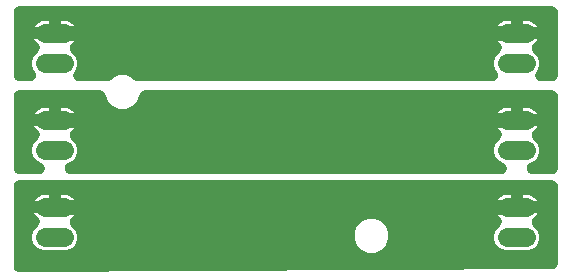
<source format=gbr>
G04 EAGLE Gerber RS-274X export*
G75*
%MOMM*%
%FSLAX34Y34*%
%LPD*%
%INTop Copper*%
%IPPOS*%
%AMOC8*
5,1,8,0,0,1.08239X$1,22.5*%
G01*
%ADD10C,1.609600*%
%ADD11C,1.270000*%

G36*
X464086Y13417D02*
X464086Y13417D01*
X464226Y13427D01*
X464368Y13427D01*
X464544Y13449D01*
X464721Y13461D01*
X464859Y13488D01*
X465000Y13505D01*
X465172Y13549D01*
X465346Y13583D01*
X465480Y13628D01*
X465617Y13663D01*
X465783Y13728D01*
X465951Y13783D01*
X466079Y13844D01*
X466210Y13896D01*
X466366Y13981D01*
X466527Y14058D01*
X466645Y14134D01*
X466769Y14201D01*
X466913Y14306D01*
X467063Y14401D01*
X467171Y14492D01*
X467286Y14575D01*
X467415Y14696D01*
X467552Y14810D01*
X467648Y14913D01*
X467751Y15010D01*
X467865Y15146D01*
X467986Y15276D01*
X468068Y15391D01*
X468159Y15499D01*
X468254Y15649D01*
X468358Y15793D01*
X468426Y15917D01*
X468502Y16036D01*
X468578Y16197D01*
X468663Y16353D01*
X468714Y16484D01*
X468775Y16612D01*
X468830Y16781D01*
X468895Y16946D01*
X468929Y17083D01*
X468974Y17217D01*
X469007Y17392D01*
X469051Y17564D01*
X469068Y17704D01*
X469095Y17843D01*
X469106Y18015D01*
X469128Y18196D01*
X469128Y18351D01*
X469137Y18497D01*
X469137Y83820D01*
X469128Y83974D01*
X469128Y84130D01*
X469108Y84292D01*
X469097Y84456D01*
X469068Y84608D01*
X469049Y84762D01*
X469009Y84921D01*
X468978Y85082D01*
X468930Y85229D01*
X468892Y85379D01*
X468832Y85532D01*
X468781Y85688D01*
X468716Y85828D01*
X468659Y85972D01*
X468580Y86116D01*
X468510Y86264D01*
X468428Y86395D01*
X468353Y86531D01*
X468257Y86664D01*
X468169Y86803D01*
X468071Y86922D01*
X467980Y87048D01*
X467868Y87167D01*
X467764Y87294D01*
X467651Y87400D01*
X467545Y87513D01*
X467419Y87618D01*
X467300Y87730D01*
X467174Y87822D01*
X467055Y87921D01*
X466917Y88009D01*
X466785Y88105D01*
X466649Y88180D01*
X466518Y88264D01*
X466370Y88334D01*
X466227Y88413D01*
X466083Y88470D01*
X465943Y88537D01*
X465787Y88588D01*
X465634Y88648D01*
X465484Y88687D01*
X465337Y88735D01*
X465176Y88767D01*
X465018Y88808D01*
X464864Y88827D01*
X464712Y88857D01*
X464553Y88867D01*
X464386Y88889D01*
X464217Y88889D01*
X464058Y88899D01*
X13462Y88899D01*
X13307Y88890D01*
X13152Y88890D01*
X12990Y88870D01*
X12826Y88859D01*
X12674Y88830D01*
X12520Y88811D01*
X12361Y88771D01*
X12200Y88740D01*
X12053Y88692D01*
X11903Y88654D01*
X11750Y88594D01*
X11594Y88543D01*
X11454Y88478D01*
X11310Y88421D01*
X11166Y88342D01*
X11018Y88272D01*
X10887Y88190D01*
X10751Y88115D01*
X10618Y88019D01*
X10479Y87931D01*
X10360Y87833D01*
X10234Y87742D01*
X10115Y87630D01*
X9988Y87526D01*
X9882Y87413D01*
X9769Y87307D01*
X9664Y87181D01*
X9552Y87062D01*
X9460Y86936D01*
X9361Y86817D01*
X9273Y86679D01*
X9177Y86547D01*
X9102Y86411D01*
X9018Y86280D01*
X8948Y86132D01*
X8869Y85989D01*
X8812Y85845D01*
X8745Y85705D01*
X8694Y85549D01*
X8634Y85396D01*
X8595Y85246D01*
X8546Y85099D01*
X8515Y84938D01*
X8474Y84780D01*
X8455Y84626D01*
X8425Y84474D01*
X8415Y84315D01*
X8393Y84148D01*
X8393Y83979D01*
X8383Y83820D01*
X8383Y16048D01*
X8393Y15879D01*
X8394Y15711D01*
X8413Y15561D01*
X8423Y15412D01*
X8454Y15246D01*
X8476Y15079D01*
X8514Y14933D01*
X8542Y14786D01*
X8594Y14626D01*
X8637Y14462D01*
X8692Y14323D01*
X8739Y14180D01*
X8810Y14027D01*
X8873Y13871D01*
X8946Y13739D01*
X9010Y13603D01*
X9100Y13461D01*
X9182Y13313D01*
X9270Y13192D01*
X9351Y13065D01*
X9458Y12935D01*
X9558Y12799D01*
X9661Y12690D01*
X9756Y12574D01*
X9879Y12458D01*
X9995Y12336D01*
X10111Y12240D01*
X10220Y12137D01*
X10357Y12038D01*
X10487Y11931D01*
X10614Y11850D01*
X10735Y11762D01*
X10883Y11681D01*
X11026Y11591D01*
X11162Y11527D01*
X11293Y11455D01*
X11450Y11392D01*
X11603Y11321D01*
X11746Y11275D01*
X11886Y11219D01*
X12049Y11177D01*
X12209Y11125D01*
X12357Y11097D01*
X12502Y11060D01*
X12670Y11038D01*
X12836Y11007D01*
X12981Y10999D01*
X13134Y10979D01*
X13318Y10979D01*
X13490Y10968D01*
X464086Y13417D01*
G37*
G36*
X29932Y93998D02*
X29932Y93998D01*
X30209Y94011D01*
X30250Y94018D01*
X30291Y94021D01*
X30563Y94073D01*
X30837Y94120D01*
X30876Y94132D01*
X30917Y94140D01*
X31181Y94226D01*
X31446Y94307D01*
X31483Y94324D01*
X31523Y94337D01*
X31774Y94455D01*
X32027Y94569D01*
X32062Y94590D01*
X32099Y94608D01*
X32334Y94756D01*
X32571Y94901D01*
X32603Y94927D01*
X32637Y94949D01*
X32852Y95126D01*
X33068Y95299D01*
X33097Y95328D01*
X33129Y95354D01*
X33319Y95557D01*
X33512Y95756D01*
X33537Y95789D01*
X33565Y95818D01*
X33729Y96043D01*
X33896Y96265D01*
X33916Y96300D01*
X33940Y96334D01*
X34074Y96576D01*
X34212Y96818D01*
X34228Y96856D01*
X34248Y96891D01*
X34350Y97150D01*
X34457Y97406D01*
X34468Y97445D01*
X34483Y97484D01*
X34553Y97753D01*
X34626Y98020D01*
X34632Y98061D01*
X34643Y98100D01*
X34678Y98377D01*
X34718Y98651D01*
X34718Y98692D01*
X34723Y98732D01*
X34724Y99010D01*
X34729Y99288D01*
X34725Y99329D01*
X34725Y99370D01*
X34690Y99645D01*
X34661Y99921D01*
X34651Y99961D01*
X34646Y100002D01*
X34578Y100271D01*
X34513Y100541D01*
X34499Y100580D01*
X34489Y100619D01*
X34387Y100878D01*
X34290Y101138D01*
X34271Y101174D01*
X34256Y101212D01*
X34122Y101457D01*
X33993Y101702D01*
X33970Y101735D01*
X33950Y101771D01*
X33787Y101997D01*
X33628Y102224D01*
X33601Y102254D01*
X33577Y102288D01*
X33387Y102490D01*
X33201Y102696D01*
X33170Y102723D01*
X33142Y102753D01*
X32928Y102931D01*
X32718Y103112D01*
X32684Y103134D01*
X32652Y103161D01*
X32418Y103310D01*
X32186Y103463D01*
X32150Y103481D01*
X32115Y103504D01*
X31823Y103642D01*
X31599Y103753D01*
X28846Y104893D01*
X25725Y108014D01*
X24035Y112093D01*
X24035Y116507D01*
X25725Y120586D01*
X28968Y123829D01*
X29124Y124006D01*
X29285Y124177D01*
X29334Y124244D01*
X29390Y124307D01*
X29521Y124501D01*
X29660Y124691D01*
X29701Y124765D01*
X29748Y124834D01*
X29855Y125043D01*
X29968Y125249D01*
X29999Y125327D01*
X30037Y125402D01*
X30117Y125623D01*
X30204Y125841D01*
X30225Y125922D01*
X30253Y126001D01*
X30305Y126231D01*
X30364Y126458D01*
X30374Y126541D01*
X30393Y126623D01*
X30415Y126857D01*
X30445Y127090D01*
X30445Y127174D01*
X30453Y127257D01*
X30446Y127492D01*
X30447Y127727D01*
X30436Y127810D01*
X30434Y127894D01*
X30397Y128126D01*
X30369Y128359D01*
X30348Y128441D01*
X30335Y128523D01*
X30270Y128749D01*
X30212Y128977D01*
X30181Y129055D01*
X30158Y129135D01*
X30065Y129351D01*
X29979Y129570D01*
X29939Y129643D01*
X29906Y129720D01*
X29786Y129923D01*
X29674Y130129D01*
X29625Y130197D01*
X29582Y130269D01*
X29439Y130455D01*
X29301Y130646D01*
X29244Y130707D01*
X29192Y130773D01*
X29027Y130940D01*
X28866Y131112D01*
X28803Y131164D01*
X28743Y131225D01*
X28539Y131383D01*
X28362Y131530D01*
X28234Y131623D01*
X27055Y132802D01*
X26076Y134150D01*
X25836Y134621D01*
X43180Y134621D01*
X60524Y134621D01*
X60284Y134150D01*
X59305Y132802D01*
X58126Y131623D01*
X57998Y131530D01*
X57817Y131380D01*
X57631Y131237D01*
X57571Y131177D01*
X57507Y131124D01*
X57346Y130953D01*
X57180Y130787D01*
X57128Y130721D01*
X57071Y130660D01*
X56932Y130470D01*
X56788Y130284D01*
X56745Y130212D01*
X56696Y130144D01*
X56583Y129939D01*
X56463Y129737D01*
X56429Y129660D01*
X56389Y129586D01*
X56302Y129367D01*
X56208Y129152D01*
X56185Y129072D01*
X56154Y128994D01*
X56095Y128766D01*
X56029Y128541D01*
X56016Y128458D01*
X55995Y128377D01*
X55965Y128144D01*
X55928Y127912D01*
X55925Y127828D01*
X55914Y127745D01*
X55914Y127510D01*
X55906Y127275D01*
X55914Y127192D01*
X55914Y127108D01*
X55943Y126875D01*
X55964Y126641D01*
X55982Y126559D01*
X55993Y126476D01*
X56051Y126248D01*
X56102Y126018D01*
X56130Y125940D01*
X56150Y125858D01*
X56237Y125640D01*
X56315Y125418D01*
X56353Y125343D01*
X56384Y125266D01*
X56497Y125060D01*
X56603Y124850D01*
X56650Y124780D01*
X56690Y124707D01*
X56828Y124517D01*
X56959Y124322D01*
X57014Y124260D01*
X57064Y124191D01*
X57240Y124002D01*
X57392Y123829D01*
X60635Y120586D01*
X62325Y116507D01*
X62325Y112093D01*
X60635Y108014D01*
X57514Y104893D01*
X54761Y103753D01*
X54512Y103631D01*
X54261Y103512D01*
X54226Y103490D01*
X54189Y103472D01*
X53957Y103320D01*
X53723Y103171D01*
X53691Y103145D01*
X53657Y103123D01*
X53445Y102942D01*
X53231Y102766D01*
X53203Y102736D01*
X53172Y102709D01*
X52985Y102504D01*
X52795Y102302D01*
X52771Y102268D01*
X52743Y102238D01*
X52583Y102011D01*
X52420Y101787D01*
X52400Y101751D01*
X52376Y101717D01*
X52246Y101472D01*
X52112Y101229D01*
X52097Y101190D01*
X52078Y101154D01*
X51979Y100894D01*
X51877Y100636D01*
X51867Y100597D01*
X51852Y100558D01*
X51787Y100288D01*
X51717Y100020D01*
X51712Y99979D01*
X51703Y99939D01*
X51672Y99663D01*
X51637Y99388D01*
X51636Y99347D01*
X51632Y99306D01*
X51636Y99028D01*
X51635Y98750D01*
X51640Y98710D01*
X51641Y98669D01*
X51680Y98394D01*
X51714Y98118D01*
X51724Y98078D01*
X51730Y98038D01*
X51803Y97770D01*
X51871Y97501D01*
X51886Y97463D01*
X51897Y97423D01*
X52003Y97167D01*
X52104Y96908D01*
X52124Y96872D01*
X52140Y96834D01*
X52276Y96594D01*
X52410Y96349D01*
X52434Y96315D01*
X52454Y96280D01*
X52620Y96058D01*
X52783Y95832D01*
X52811Y95803D01*
X52836Y95770D01*
X53029Y95569D01*
X53218Y95367D01*
X53250Y95341D01*
X53278Y95311D01*
X53495Y95137D01*
X53708Y94959D01*
X53743Y94937D01*
X53775Y94912D01*
X54011Y94766D01*
X54245Y94616D01*
X54282Y94599D01*
X54317Y94577D01*
X54569Y94463D01*
X54821Y94343D01*
X54860Y94330D01*
X54897Y94314D01*
X55162Y94231D01*
X55426Y94145D01*
X55466Y94137D01*
X55505Y94125D01*
X55779Y94076D01*
X56051Y94023D01*
X56092Y94020D01*
X56133Y94013D01*
X56454Y93997D01*
X56705Y93981D01*
X420815Y93981D01*
X421091Y93998D01*
X421369Y94011D01*
X421410Y94018D01*
X421451Y94021D01*
X421723Y94073D01*
X421997Y94120D01*
X422036Y94132D01*
X422077Y94140D01*
X422341Y94226D01*
X422606Y94307D01*
X422643Y94324D01*
X422683Y94337D01*
X422934Y94455D01*
X423187Y94569D01*
X423222Y94590D01*
X423259Y94608D01*
X423494Y94756D01*
X423731Y94901D01*
X423763Y94927D01*
X423797Y94949D01*
X424011Y95125D01*
X424228Y95299D01*
X424257Y95328D01*
X424289Y95354D01*
X424479Y95557D01*
X424672Y95756D01*
X424697Y95789D01*
X424725Y95818D01*
X424889Y96043D01*
X425056Y96265D01*
X425076Y96300D01*
X425100Y96334D01*
X425235Y96577D01*
X425372Y96818D01*
X425388Y96855D01*
X425408Y96891D01*
X425511Y97150D01*
X425617Y97406D01*
X425628Y97445D01*
X425643Y97484D01*
X425713Y97753D01*
X425786Y98020D01*
X425792Y98061D01*
X425803Y98100D01*
X425838Y98377D01*
X425877Y98651D01*
X425878Y98692D01*
X425883Y98732D01*
X425884Y99010D01*
X425889Y99288D01*
X425885Y99329D01*
X425885Y99370D01*
X425850Y99645D01*
X425820Y99921D01*
X425811Y99961D01*
X425806Y100002D01*
X425737Y100271D01*
X425673Y100541D01*
X425659Y100580D01*
X425649Y100619D01*
X425547Y100878D01*
X425450Y101138D01*
X425431Y101174D01*
X425416Y101212D01*
X425282Y101457D01*
X425153Y101702D01*
X425130Y101735D01*
X425110Y101771D01*
X424947Y101996D01*
X424788Y102224D01*
X424761Y102254D01*
X424737Y102288D01*
X424547Y102491D01*
X424361Y102696D01*
X424330Y102723D01*
X424302Y102753D01*
X424088Y102931D01*
X423878Y103112D01*
X423844Y103134D01*
X423812Y103161D01*
X423578Y103310D01*
X423346Y103463D01*
X423310Y103481D01*
X423275Y103504D01*
X422983Y103642D01*
X422758Y103753D01*
X420006Y104893D01*
X416885Y108014D01*
X415195Y112093D01*
X415195Y116507D01*
X416885Y120586D01*
X420128Y123829D01*
X420284Y124006D01*
X420445Y124177D01*
X420494Y124244D01*
X420550Y124307D01*
X420681Y124501D01*
X420820Y124691D01*
X420861Y124765D01*
X420908Y124834D01*
X421015Y125043D01*
X421128Y125249D01*
X421159Y125327D01*
X421197Y125402D01*
X421277Y125623D01*
X421364Y125841D01*
X421385Y125922D01*
X421413Y126001D01*
X421465Y126231D01*
X421524Y126458D01*
X421534Y126541D01*
X421553Y126623D01*
X421575Y126857D01*
X421605Y127090D01*
X421605Y127174D01*
X421613Y127257D01*
X421606Y127492D01*
X421607Y127727D01*
X421596Y127810D01*
X421594Y127894D01*
X421557Y128126D01*
X421529Y128359D01*
X421508Y128441D01*
X421495Y128523D01*
X421430Y128749D01*
X421372Y128977D01*
X421341Y129055D01*
X421318Y129135D01*
X421225Y129351D01*
X421139Y129570D01*
X421099Y129643D01*
X421066Y129720D01*
X420946Y129923D01*
X420834Y130129D01*
X420785Y130197D01*
X420742Y130269D01*
X420599Y130455D01*
X420461Y130646D01*
X420404Y130707D01*
X420352Y130773D01*
X420187Y130940D01*
X420026Y131112D01*
X419963Y131164D01*
X419903Y131225D01*
X419699Y131383D01*
X419522Y131530D01*
X419394Y131623D01*
X418215Y132802D01*
X417236Y134150D01*
X416996Y134621D01*
X434340Y134621D01*
X451684Y134621D01*
X451444Y134150D01*
X450465Y132802D01*
X449286Y131623D01*
X449158Y131530D01*
X448977Y131380D01*
X448791Y131237D01*
X448731Y131177D01*
X448667Y131124D01*
X448506Y130953D01*
X448340Y130787D01*
X448288Y130721D01*
X448231Y130660D01*
X448092Y130470D01*
X447948Y130284D01*
X447905Y130212D01*
X447856Y130144D01*
X447743Y129939D01*
X447623Y129737D01*
X447589Y129660D01*
X447549Y129586D01*
X447462Y129367D01*
X447368Y129152D01*
X447345Y129072D01*
X447314Y128994D01*
X447255Y128766D01*
X447189Y128541D01*
X447176Y128458D01*
X447155Y128377D01*
X447125Y128144D01*
X447088Y127912D01*
X447085Y127828D01*
X447074Y127745D01*
X447074Y127510D01*
X447066Y127275D01*
X447074Y127192D01*
X447074Y127108D01*
X447103Y126875D01*
X447124Y126641D01*
X447142Y126559D01*
X447153Y126476D01*
X447211Y126248D01*
X447262Y126018D01*
X447290Y125940D01*
X447310Y125858D01*
X447397Y125640D01*
X447475Y125418D01*
X447513Y125343D01*
X447544Y125266D01*
X447657Y125060D01*
X447763Y124850D01*
X447810Y124780D01*
X447850Y124707D01*
X447988Y124517D01*
X448119Y124322D01*
X448174Y124260D01*
X448224Y124191D01*
X448400Y124002D01*
X448552Y123829D01*
X451795Y120586D01*
X453485Y116507D01*
X453485Y112093D01*
X451795Y108014D01*
X448674Y104893D01*
X445922Y103753D01*
X445672Y103631D01*
X445421Y103512D01*
X445386Y103490D01*
X445349Y103472D01*
X445117Y103320D01*
X444883Y103171D01*
X444851Y103145D01*
X444817Y103123D01*
X444606Y102943D01*
X444391Y102766D01*
X444363Y102736D01*
X444332Y102709D01*
X444145Y102504D01*
X443955Y102302D01*
X443931Y102268D01*
X443903Y102238D01*
X443743Y102011D01*
X443580Y101787D01*
X443560Y101751D01*
X443536Y101717D01*
X443406Y101472D01*
X443272Y101229D01*
X443257Y101190D01*
X443238Y101154D01*
X443139Y100895D01*
X443037Y100636D01*
X443027Y100597D01*
X443012Y100558D01*
X442947Y100288D01*
X442877Y100020D01*
X442872Y99979D01*
X442863Y99939D01*
X442832Y99663D01*
X442797Y99388D01*
X442796Y99347D01*
X442792Y99306D01*
X442796Y99028D01*
X442795Y98750D01*
X442800Y98710D01*
X442801Y98669D01*
X442840Y98394D01*
X442874Y98118D01*
X442884Y98078D01*
X442890Y98038D01*
X442963Y97770D01*
X443031Y97501D01*
X443046Y97463D01*
X443057Y97423D01*
X443162Y97167D01*
X443264Y96908D01*
X443284Y96872D01*
X443300Y96834D01*
X443436Y96594D01*
X443570Y96349D01*
X443594Y96315D01*
X443614Y96280D01*
X443780Y96058D01*
X443943Y95832D01*
X443971Y95802D01*
X443996Y95770D01*
X444188Y95570D01*
X444378Y95367D01*
X444410Y95341D01*
X444438Y95311D01*
X444654Y95137D01*
X444868Y94959D01*
X444903Y94937D01*
X444935Y94912D01*
X445171Y94766D01*
X445405Y94616D01*
X445442Y94599D01*
X445477Y94577D01*
X445730Y94462D01*
X445981Y94343D01*
X446020Y94331D01*
X446057Y94314D01*
X446322Y94231D01*
X446586Y94145D01*
X446626Y94137D01*
X446665Y94125D01*
X446938Y94076D01*
X447211Y94023D01*
X447252Y94020D01*
X447293Y94013D01*
X447614Y93997D01*
X447865Y93981D01*
X464058Y93981D01*
X464213Y93990D01*
X464368Y93990D01*
X464530Y94010D01*
X464694Y94021D01*
X464846Y94050D01*
X465000Y94069D01*
X465159Y94109D01*
X465320Y94140D01*
X465467Y94188D01*
X465617Y94226D01*
X465770Y94286D01*
X465926Y94337D01*
X466066Y94403D01*
X466210Y94459D01*
X466354Y94538D01*
X466502Y94608D01*
X466633Y94690D01*
X466769Y94765D01*
X466902Y94861D01*
X467041Y94949D01*
X467160Y95047D01*
X467286Y95138D01*
X467405Y95250D01*
X467532Y95354D01*
X467638Y95467D01*
X467751Y95573D01*
X467856Y95699D01*
X467968Y95818D01*
X468060Y95944D01*
X468159Y96063D01*
X468247Y96201D01*
X468343Y96334D01*
X468418Y96469D01*
X468502Y96600D01*
X468572Y96748D01*
X468651Y96891D01*
X468708Y97035D01*
X468775Y97175D01*
X468826Y97331D01*
X468886Y97484D01*
X468925Y97634D01*
X468974Y97781D01*
X469005Y97942D01*
X469046Y98100D01*
X469065Y98254D01*
X469095Y98406D01*
X469105Y98565D01*
X469127Y98732D01*
X469127Y98901D01*
X469137Y99060D01*
X469137Y160020D01*
X469128Y160174D01*
X469128Y160321D01*
X469128Y160330D01*
X469108Y160492D01*
X469097Y160656D01*
X469068Y160808D01*
X469049Y160962D01*
X469009Y161121D01*
X468978Y161282D01*
X468930Y161429D01*
X468892Y161579D01*
X468832Y161732D01*
X468781Y161888D01*
X468716Y162028D01*
X468659Y162172D01*
X468580Y162316D01*
X468510Y162464D01*
X468428Y162595D01*
X468353Y162731D01*
X468257Y162864D01*
X468169Y163003D01*
X468071Y163122D01*
X467980Y163248D01*
X467868Y163367D01*
X467764Y163494D01*
X467651Y163600D01*
X467545Y163713D01*
X467419Y163818D01*
X467300Y163930D01*
X467174Y164022D01*
X467055Y164121D01*
X466917Y164209D01*
X466785Y164305D01*
X466649Y164380D01*
X466518Y164464D01*
X466370Y164534D01*
X466227Y164613D01*
X466083Y164670D01*
X465943Y164737D01*
X465787Y164788D01*
X465634Y164848D01*
X465484Y164887D01*
X465337Y164936D01*
X465176Y164967D01*
X465018Y165008D01*
X464864Y165027D01*
X464712Y165057D01*
X464553Y165067D01*
X464386Y165089D01*
X464217Y165089D01*
X464058Y165099D01*
X119954Y165099D01*
X119799Y165090D01*
X119644Y165090D01*
X119482Y165070D01*
X119318Y165059D01*
X119166Y165030D01*
X119012Y165011D01*
X118853Y164971D01*
X118692Y164940D01*
X118545Y164892D01*
X118395Y164854D01*
X118242Y164794D01*
X118086Y164743D01*
X117946Y164678D01*
X117802Y164621D01*
X117658Y164542D01*
X117510Y164472D01*
X117379Y164390D01*
X117243Y164315D01*
X117110Y164219D01*
X116971Y164131D01*
X116852Y164033D01*
X116726Y163942D01*
X116607Y163830D01*
X116480Y163726D01*
X116374Y163613D01*
X116261Y163507D01*
X116156Y163381D01*
X116044Y163262D01*
X115952Y163136D01*
X115853Y163017D01*
X115765Y162879D01*
X115669Y162747D01*
X115594Y162611D01*
X115510Y162480D01*
X115440Y162332D01*
X115361Y162189D01*
X115304Y162045D01*
X115237Y161905D01*
X115186Y161749D01*
X115126Y161596D01*
X115087Y161446D01*
X115038Y161299D01*
X115007Y161138D01*
X114966Y160980D01*
X114962Y160943D01*
X112699Y155481D01*
X108679Y151461D01*
X103427Y149285D01*
X97741Y149285D01*
X92489Y151461D01*
X88469Y155481D01*
X86208Y160939D01*
X86205Y160962D01*
X86165Y161121D01*
X86134Y161282D01*
X86086Y161429D01*
X86048Y161579D01*
X85988Y161732D01*
X85937Y161888D01*
X85872Y162028D01*
X85815Y162172D01*
X85736Y162316D01*
X85666Y162464D01*
X85584Y162595D01*
X85509Y162731D01*
X85413Y162864D01*
X85325Y163003D01*
X85227Y163122D01*
X85136Y163248D01*
X85024Y163367D01*
X84920Y163494D01*
X84807Y163600D01*
X84701Y163713D01*
X84575Y163818D01*
X84456Y163930D01*
X84330Y164022D01*
X84211Y164121D01*
X84073Y164209D01*
X83941Y164305D01*
X83805Y164380D01*
X83674Y164464D01*
X83526Y164534D01*
X83383Y164613D01*
X83239Y164670D01*
X83099Y164737D01*
X82943Y164788D01*
X82790Y164848D01*
X82640Y164887D01*
X82493Y164936D01*
X82332Y164967D01*
X82174Y165008D01*
X82020Y165027D01*
X81868Y165057D01*
X81709Y165067D01*
X81542Y165089D01*
X81373Y165089D01*
X81214Y165099D01*
X13462Y165099D01*
X13307Y165090D01*
X13152Y165090D01*
X12990Y165070D01*
X12826Y165059D01*
X12674Y165030D01*
X12520Y165011D01*
X12361Y164971D01*
X12200Y164940D01*
X12053Y164892D01*
X11903Y164854D01*
X11750Y164794D01*
X11594Y164743D01*
X11454Y164678D01*
X11310Y164621D01*
X11166Y164542D01*
X11018Y164472D01*
X10887Y164390D01*
X10751Y164315D01*
X10618Y164219D01*
X10479Y164131D01*
X10360Y164033D01*
X10234Y163942D01*
X10115Y163830D01*
X9988Y163726D01*
X9882Y163613D01*
X9769Y163507D01*
X9664Y163381D01*
X9552Y163262D01*
X9460Y163136D01*
X9361Y163017D01*
X9273Y162879D01*
X9177Y162747D01*
X9102Y162611D01*
X9018Y162480D01*
X8948Y162332D01*
X8869Y162189D01*
X8812Y162045D01*
X8745Y161905D01*
X8694Y161749D01*
X8634Y161596D01*
X8595Y161446D01*
X8546Y161299D01*
X8515Y161138D01*
X8474Y160980D01*
X8455Y160826D01*
X8425Y160674D01*
X8415Y160515D01*
X8393Y160348D01*
X8393Y160179D01*
X8383Y160020D01*
X8383Y99060D01*
X8392Y98906D01*
X8392Y98750D01*
X8412Y98588D01*
X8423Y98424D01*
X8452Y98272D01*
X8471Y98118D01*
X8511Y97959D01*
X8542Y97798D01*
X8590Y97651D01*
X8628Y97501D01*
X8688Y97348D01*
X8739Y97192D01*
X8804Y97052D01*
X8861Y96908D01*
X8940Y96764D01*
X9010Y96616D01*
X9092Y96485D01*
X9167Y96349D01*
X9263Y96216D01*
X9351Y96077D01*
X9449Y95958D01*
X9540Y95832D01*
X9652Y95713D01*
X9756Y95586D01*
X9869Y95480D01*
X9975Y95367D01*
X10101Y95262D01*
X10220Y95150D01*
X10346Y95058D01*
X10465Y94959D01*
X10603Y94871D01*
X10735Y94775D01*
X10871Y94700D01*
X11002Y94616D01*
X11150Y94546D01*
X11293Y94467D01*
X11437Y94410D01*
X11577Y94343D01*
X11733Y94292D01*
X11886Y94232D01*
X12036Y94193D01*
X12183Y94145D01*
X12344Y94113D01*
X12502Y94072D01*
X12656Y94053D01*
X12808Y94023D01*
X12967Y94013D01*
X13134Y93991D01*
X13303Y93991D01*
X13462Y93981D01*
X29655Y93981D01*
X29932Y93998D01*
G37*
G36*
X22652Y172736D02*
X22652Y172736D01*
X22889Y172743D01*
X22970Y172756D01*
X23052Y172761D01*
X23284Y172805D01*
X23518Y172842D01*
X23597Y172865D01*
X23677Y172880D01*
X23902Y172953D01*
X24130Y173019D01*
X24206Y173051D01*
X24284Y173077D01*
X24498Y173177D01*
X24715Y173271D01*
X24786Y173313D01*
X24860Y173348D01*
X25060Y173474D01*
X25264Y173595D01*
X25329Y173645D01*
X25398Y173689D01*
X25581Y173839D01*
X25768Y173984D01*
X25826Y174042D01*
X25890Y174094D01*
X26052Y174267D01*
X26219Y174434D01*
X26270Y174499D01*
X26326Y174558D01*
X26466Y174750D01*
X26611Y174937D01*
X26653Y175007D01*
X26701Y175073D01*
X26815Y175281D01*
X26936Y175484D01*
X26969Y175560D01*
X27009Y175631D01*
X27096Y175851D01*
X27191Y176069D01*
X27214Y176147D01*
X27244Y176224D01*
X27303Y176453D01*
X27370Y176680D01*
X27383Y176761D01*
X27404Y176840D01*
X27434Y177075D01*
X27471Y177309D01*
X27474Y177391D01*
X27484Y177472D01*
X27485Y177709D01*
X27493Y177946D01*
X27485Y178027D01*
X27486Y178110D01*
X27456Y178345D01*
X27435Y178580D01*
X27417Y178660D01*
X27407Y178742D01*
X27348Y178972D01*
X27298Y179202D01*
X27270Y179280D01*
X27250Y179359D01*
X27163Y179580D01*
X27084Y179803D01*
X27047Y179876D01*
X27017Y179952D01*
X26903Y180161D01*
X26796Y180371D01*
X26750Y180439D01*
X26711Y180511D01*
X26572Y180703D01*
X26440Y180899D01*
X26387Y180960D01*
X26338Y181028D01*
X26160Y181218D01*
X26007Y181392D01*
X25725Y181674D01*
X24035Y185753D01*
X24035Y190167D01*
X25725Y194246D01*
X28968Y197489D01*
X29124Y197666D01*
X29285Y197837D01*
X29334Y197904D01*
X29390Y197967D01*
X29521Y198161D01*
X29660Y198351D01*
X29701Y198425D01*
X29748Y198494D01*
X29855Y198703D01*
X29968Y198909D01*
X29999Y198987D01*
X30037Y199062D01*
X30117Y199283D01*
X30204Y199501D01*
X30225Y199582D01*
X30253Y199661D01*
X30305Y199891D01*
X30364Y200118D01*
X30374Y200201D01*
X30393Y200283D01*
X30415Y200517D01*
X30445Y200750D01*
X30445Y200834D01*
X30453Y200917D01*
X30446Y201152D01*
X30447Y201387D01*
X30436Y201470D01*
X30434Y201554D01*
X30397Y201786D01*
X30369Y202019D01*
X30348Y202101D01*
X30335Y202183D01*
X30270Y202409D01*
X30212Y202637D01*
X30181Y202715D01*
X30158Y202795D01*
X30065Y203011D01*
X29979Y203230D01*
X29939Y203303D01*
X29906Y203380D01*
X29786Y203583D01*
X29674Y203789D01*
X29625Y203857D01*
X29582Y203929D01*
X29439Y204115D01*
X29301Y204306D01*
X29244Y204367D01*
X29192Y204433D01*
X29027Y204600D01*
X28866Y204772D01*
X28803Y204824D01*
X28743Y204885D01*
X28539Y205043D01*
X28362Y205190D01*
X28234Y205283D01*
X27055Y206462D01*
X26076Y207810D01*
X25836Y208281D01*
X43180Y208281D01*
X60524Y208281D01*
X60284Y207810D01*
X59305Y206462D01*
X58126Y205283D01*
X57998Y205190D01*
X57817Y205040D01*
X57631Y204897D01*
X57571Y204837D01*
X57507Y204784D01*
X57346Y204613D01*
X57180Y204447D01*
X57128Y204381D01*
X57071Y204320D01*
X56932Y204130D01*
X56788Y203944D01*
X56745Y203872D01*
X56696Y203804D01*
X56583Y203599D01*
X56463Y203397D01*
X56429Y203320D01*
X56389Y203246D01*
X56302Y203027D01*
X56208Y202812D01*
X56185Y202732D01*
X56154Y202654D01*
X56095Y202426D01*
X56029Y202201D01*
X56016Y202118D01*
X55995Y202037D01*
X55965Y201804D01*
X55928Y201572D01*
X55925Y201488D01*
X55914Y201405D01*
X55914Y201170D01*
X55906Y200935D01*
X55914Y200852D01*
X55914Y200768D01*
X55943Y200535D01*
X55964Y200301D01*
X55982Y200219D01*
X55993Y200136D01*
X56051Y199908D01*
X56102Y199678D01*
X56130Y199600D01*
X56150Y199518D01*
X56237Y199300D01*
X56315Y199078D01*
X56353Y199003D01*
X56384Y198926D01*
X56497Y198720D01*
X56603Y198510D01*
X56650Y198440D01*
X56690Y198367D01*
X56828Y198177D01*
X56959Y197982D01*
X57014Y197920D01*
X57064Y197851D01*
X57240Y197662D01*
X57392Y197489D01*
X60635Y194246D01*
X62325Y190167D01*
X62325Y185753D01*
X60635Y181674D01*
X60353Y181392D01*
X60196Y181214D01*
X60034Y181042D01*
X59986Y180975D01*
X59931Y180914D01*
X59798Y180718D01*
X59659Y180527D01*
X59619Y180455D01*
X59573Y180387D01*
X59465Y180175D01*
X59351Y179969D01*
X59321Y179893D01*
X59284Y179819D01*
X59203Y179596D01*
X59116Y179376D01*
X59095Y179297D01*
X59068Y179220D01*
X59016Y178989D01*
X58956Y178760D01*
X58946Y178678D01*
X58928Y178598D01*
X58906Y178363D01*
X58876Y178128D01*
X58875Y178045D01*
X58868Y177964D01*
X58875Y177728D01*
X58874Y177490D01*
X58885Y177409D01*
X58887Y177327D01*
X58924Y177093D01*
X58953Y176858D01*
X58973Y176779D01*
X58986Y176698D01*
X59052Y176470D01*
X59110Y176241D01*
X59140Y176164D01*
X59163Y176086D01*
X59257Y175869D01*
X59343Y175648D01*
X59383Y175576D01*
X59415Y175501D01*
X59535Y175297D01*
X59649Y175089D01*
X59697Y175022D01*
X59739Y174952D01*
X59884Y174764D01*
X60022Y174572D01*
X60078Y174513D01*
X60128Y174448D01*
X60296Y174280D01*
X60457Y174107D01*
X60520Y174054D01*
X60578Y173996D01*
X60765Y173851D01*
X60947Y173699D01*
X61016Y173655D01*
X61081Y173605D01*
X61284Y173484D01*
X61484Y173356D01*
X61558Y173321D01*
X61629Y173279D01*
X61845Y173185D01*
X62060Y173083D01*
X62138Y173058D01*
X62213Y173025D01*
X62440Y172958D01*
X62665Y172885D01*
X62745Y172869D01*
X62824Y172846D01*
X63058Y172808D01*
X63290Y172763D01*
X63371Y172758D01*
X63453Y172745D01*
X63713Y172736D01*
X63944Y172721D01*
X87415Y172721D01*
X87488Y172725D01*
X87560Y172723D01*
X87805Y172745D01*
X88051Y172761D01*
X88122Y172774D01*
X88195Y172781D01*
X88435Y172834D01*
X88676Y172880D01*
X88746Y172903D01*
X88817Y172918D01*
X89048Y173001D01*
X89282Y173077D01*
X89349Y173108D01*
X89417Y173132D01*
X89636Y173243D01*
X89859Y173348D01*
X89921Y173387D01*
X89986Y173420D01*
X90189Y173557D01*
X90397Y173689D01*
X90454Y173735D01*
X90514Y173776D01*
X90688Y173929D01*
X90889Y174094D01*
X90946Y174155D01*
X91006Y174208D01*
X92489Y175691D01*
X97741Y177867D01*
X103427Y177867D01*
X108679Y175691D01*
X110162Y174208D01*
X110216Y174160D01*
X110266Y174107D01*
X110455Y173949D01*
X110640Y173787D01*
X110700Y173746D01*
X110756Y173699D01*
X110963Y173567D01*
X111167Y173429D01*
X111231Y173396D01*
X111293Y173356D01*
X111515Y173251D01*
X111734Y173139D01*
X111803Y173115D01*
X111869Y173083D01*
X112102Y173007D01*
X112333Y172923D01*
X112405Y172907D01*
X112474Y172885D01*
X112715Y172838D01*
X112955Y172784D01*
X113028Y172777D01*
X113099Y172763D01*
X113331Y172748D01*
X113589Y172723D01*
X113673Y172726D01*
X113753Y172721D01*
X413576Y172721D01*
X413812Y172736D01*
X414049Y172743D01*
X414130Y172756D01*
X414212Y172761D01*
X414444Y172805D01*
X414678Y172842D01*
X414757Y172865D01*
X414837Y172880D01*
X415063Y172953D01*
X415290Y173019D01*
X415366Y173051D01*
X415444Y173077D01*
X415658Y173177D01*
X415875Y173271D01*
X415946Y173313D01*
X416020Y173348D01*
X416220Y173474D01*
X416424Y173595D01*
X416489Y173645D01*
X416558Y173689D01*
X416741Y173840D01*
X416928Y173984D01*
X416986Y174042D01*
X417050Y174094D01*
X417212Y174267D01*
X417380Y174434D01*
X417430Y174499D01*
X417486Y174558D01*
X417626Y174750D01*
X417771Y174937D01*
X417813Y175007D01*
X417861Y175074D01*
X417975Y175281D01*
X418096Y175484D01*
X418129Y175560D01*
X418169Y175631D01*
X418256Y175851D01*
X418351Y176069D01*
X418374Y176147D01*
X418404Y176224D01*
X418463Y176453D01*
X418530Y176680D01*
X418543Y176761D01*
X418564Y176840D01*
X418594Y177075D01*
X418631Y177309D01*
X418634Y177391D01*
X418644Y177472D01*
X418645Y177710D01*
X418653Y177946D01*
X418645Y178027D01*
X418646Y178110D01*
X418616Y178345D01*
X418595Y178580D01*
X418577Y178660D01*
X418567Y178742D01*
X418508Y178971D01*
X418458Y179203D01*
X418430Y179280D01*
X418410Y179359D01*
X418323Y179580D01*
X418244Y179803D01*
X418207Y179876D01*
X418177Y179952D01*
X418063Y180160D01*
X417956Y180371D01*
X417910Y180439D01*
X417871Y180511D01*
X417732Y180704D01*
X417600Y180899D01*
X417547Y180960D01*
X417498Y181028D01*
X417320Y181218D01*
X417167Y181392D01*
X416885Y181674D01*
X415195Y185753D01*
X415195Y190167D01*
X416885Y194246D01*
X420128Y197489D01*
X420284Y197666D01*
X420445Y197837D01*
X420494Y197904D01*
X420550Y197967D01*
X420681Y198161D01*
X420820Y198351D01*
X420861Y198425D01*
X420908Y198494D01*
X421015Y198703D01*
X421128Y198909D01*
X421159Y198987D01*
X421197Y199062D01*
X421277Y199283D01*
X421364Y199501D01*
X421385Y199582D01*
X421413Y199661D01*
X421465Y199891D01*
X421524Y200118D01*
X421534Y200201D01*
X421553Y200283D01*
X421575Y200517D01*
X421605Y200750D01*
X421605Y200834D01*
X421613Y200917D01*
X421606Y201152D01*
X421607Y201387D01*
X421596Y201470D01*
X421594Y201554D01*
X421557Y201786D01*
X421529Y202019D01*
X421508Y202101D01*
X421495Y202183D01*
X421430Y202409D01*
X421372Y202637D01*
X421341Y202715D01*
X421318Y202795D01*
X421225Y203011D01*
X421139Y203230D01*
X421099Y203303D01*
X421066Y203380D01*
X420946Y203583D01*
X420834Y203789D01*
X420785Y203857D01*
X420742Y203929D01*
X420599Y204115D01*
X420461Y204306D01*
X420404Y204367D01*
X420352Y204433D01*
X420187Y204600D01*
X420026Y204772D01*
X419963Y204824D01*
X419903Y204885D01*
X419699Y205043D01*
X419522Y205190D01*
X419394Y205283D01*
X418215Y206462D01*
X417236Y207810D01*
X416996Y208281D01*
X434340Y208281D01*
X451684Y208281D01*
X451444Y207810D01*
X450465Y206462D01*
X449286Y205283D01*
X449158Y205190D01*
X448977Y205040D01*
X448791Y204897D01*
X448731Y204837D01*
X448667Y204784D01*
X448506Y204613D01*
X448340Y204447D01*
X448288Y204381D01*
X448231Y204320D01*
X448092Y204130D01*
X447948Y203944D01*
X447905Y203872D01*
X447856Y203804D01*
X447743Y203599D01*
X447623Y203397D01*
X447589Y203320D01*
X447549Y203246D01*
X447462Y203027D01*
X447368Y202812D01*
X447345Y202732D01*
X447314Y202654D01*
X447255Y202426D01*
X447189Y202201D01*
X447176Y202118D01*
X447155Y202037D01*
X447125Y201804D01*
X447088Y201572D01*
X447085Y201488D01*
X447074Y201405D01*
X447074Y201170D01*
X447066Y200935D01*
X447074Y200852D01*
X447074Y200768D01*
X447103Y200535D01*
X447124Y200301D01*
X447142Y200219D01*
X447153Y200136D01*
X447211Y199908D01*
X447262Y199678D01*
X447290Y199600D01*
X447310Y199518D01*
X447397Y199300D01*
X447475Y199078D01*
X447513Y199003D01*
X447544Y198926D01*
X447657Y198720D01*
X447763Y198510D01*
X447810Y198440D01*
X447850Y198367D01*
X447988Y198177D01*
X448119Y197982D01*
X448174Y197920D01*
X448224Y197851D01*
X448400Y197662D01*
X448552Y197489D01*
X451795Y194246D01*
X453485Y190167D01*
X453485Y185753D01*
X451795Y181674D01*
X451513Y181392D01*
X451356Y181214D01*
X451194Y181042D01*
X451146Y180975D01*
X451091Y180914D01*
X450958Y180718D01*
X450819Y180527D01*
X450779Y180455D01*
X450733Y180387D01*
X450625Y180175D01*
X450511Y179969D01*
X450481Y179893D01*
X450444Y179819D01*
X450363Y179596D01*
X450276Y179376D01*
X450255Y179297D01*
X450228Y179220D01*
X450176Y178989D01*
X450116Y178760D01*
X450106Y178678D01*
X450088Y178598D01*
X450066Y178363D01*
X450036Y178128D01*
X450035Y178045D01*
X450028Y177964D01*
X450035Y177728D01*
X450034Y177490D01*
X450045Y177409D01*
X450047Y177327D01*
X450084Y177093D01*
X450113Y176858D01*
X450133Y176779D01*
X450146Y176698D01*
X450212Y176470D01*
X450270Y176241D01*
X450300Y176164D01*
X450323Y176086D01*
X450417Y175869D01*
X450503Y175648D01*
X450543Y175576D01*
X450575Y175501D01*
X450695Y175297D01*
X450809Y175089D01*
X450857Y175022D01*
X450899Y174952D01*
X451044Y174764D01*
X451182Y174572D01*
X451238Y174513D01*
X451288Y174448D01*
X451456Y174280D01*
X451617Y174107D01*
X451680Y174054D01*
X451738Y173996D01*
X451925Y173851D01*
X452107Y173699D01*
X452176Y173655D01*
X452241Y173605D01*
X452444Y173484D01*
X452644Y173356D01*
X452718Y173321D01*
X452789Y173279D01*
X453005Y173185D01*
X453220Y173083D01*
X453298Y173058D01*
X453373Y173025D01*
X453600Y172958D01*
X453825Y172885D01*
X453905Y172869D01*
X453984Y172846D01*
X454218Y172808D01*
X454450Y172763D01*
X454531Y172758D01*
X454613Y172745D01*
X454873Y172736D01*
X455104Y172721D01*
X464058Y172721D01*
X464213Y172730D01*
X464368Y172730D01*
X464530Y172750D01*
X464694Y172761D01*
X464846Y172790D01*
X465000Y172809D01*
X465159Y172849D01*
X465320Y172880D01*
X465467Y172928D01*
X465617Y172966D01*
X465770Y173026D01*
X465926Y173077D01*
X466066Y173143D01*
X466210Y173199D01*
X466354Y173278D01*
X466502Y173348D01*
X466633Y173430D01*
X466769Y173505D01*
X466902Y173601D01*
X467041Y173689D01*
X467160Y173787D01*
X467286Y173878D01*
X467405Y173990D01*
X467532Y174094D01*
X467638Y174207D01*
X467751Y174313D01*
X467856Y174439D01*
X467968Y174558D01*
X468060Y174684D01*
X468159Y174803D01*
X468247Y174941D01*
X468343Y175074D01*
X468418Y175209D01*
X468502Y175340D01*
X468572Y175488D01*
X468651Y175631D01*
X468708Y175775D01*
X468775Y175915D01*
X468826Y176071D01*
X468886Y176224D01*
X468925Y176374D01*
X468974Y176521D01*
X469005Y176682D01*
X469046Y176840D01*
X469065Y176994D01*
X469095Y177146D01*
X469105Y177305D01*
X469127Y177472D01*
X469127Y177641D01*
X469137Y177800D01*
X469137Y231140D01*
X469128Y231295D01*
X469128Y231450D01*
X469108Y231612D01*
X469097Y231776D01*
X469068Y231928D01*
X469049Y232082D01*
X469009Y232241D01*
X468978Y232402D01*
X468930Y232549D01*
X468892Y232699D01*
X468832Y232852D01*
X468781Y233008D01*
X468716Y233148D01*
X468659Y233292D01*
X468580Y233436D01*
X468510Y233584D01*
X468428Y233715D01*
X468353Y233851D01*
X468257Y233984D01*
X468169Y234123D01*
X468071Y234242D01*
X467980Y234368D01*
X467868Y234487D01*
X467764Y234614D01*
X467651Y234720D01*
X467545Y234833D01*
X467419Y234938D01*
X467300Y235050D01*
X467174Y235142D01*
X467055Y235241D01*
X466917Y235329D01*
X466785Y235425D01*
X466649Y235500D01*
X466518Y235584D01*
X466370Y235654D01*
X466227Y235733D01*
X466083Y235790D01*
X465943Y235857D01*
X465787Y235908D01*
X465634Y235968D01*
X465484Y236007D01*
X465337Y236056D01*
X465176Y236087D01*
X465018Y236128D01*
X464864Y236147D01*
X464712Y236177D01*
X464553Y236187D01*
X464386Y236209D01*
X464217Y236209D01*
X464058Y236219D01*
X13462Y236219D01*
X13307Y236210D01*
X13152Y236210D01*
X12990Y236190D01*
X12826Y236179D01*
X12674Y236150D01*
X12520Y236131D01*
X12361Y236091D01*
X12200Y236060D01*
X12053Y236012D01*
X11903Y235974D01*
X11750Y235914D01*
X11594Y235863D01*
X11454Y235798D01*
X11310Y235741D01*
X11166Y235662D01*
X11018Y235592D01*
X10887Y235510D01*
X10751Y235435D01*
X10618Y235339D01*
X10479Y235251D01*
X10360Y235153D01*
X10234Y235062D01*
X10115Y234950D01*
X9988Y234846D01*
X9882Y234733D01*
X9769Y234627D01*
X9664Y234501D01*
X9552Y234382D01*
X9460Y234256D01*
X9361Y234137D01*
X9273Y233999D01*
X9177Y233867D01*
X9102Y233731D01*
X9018Y233600D01*
X8948Y233452D01*
X8869Y233309D01*
X8812Y233165D01*
X8745Y233025D01*
X8694Y232869D01*
X8634Y232716D01*
X8595Y232566D01*
X8546Y232419D01*
X8515Y232258D01*
X8474Y232100D01*
X8455Y231946D01*
X8425Y231794D01*
X8415Y231635D01*
X8393Y231468D01*
X8393Y231299D01*
X8383Y231140D01*
X8383Y177800D01*
X8392Y177645D01*
X8392Y177490D01*
X8412Y177328D01*
X8423Y177164D01*
X8452Y177012D01*
X8471Y176858D01*
X8511Y176699D01*
X8542Y176538D01*
X8590Y176391D01*
X8628Y176241D01*
X8688Y176088D01*
X8739Y175932D01*
X8804Y175792D01*
X8861Y175648D01*
X8940Y175504D01*
X9010Y175356D01*
X9092Y175225D01*
X9167Y175089D01*
X9263Y174956D01*
X9351Y174817D01*
X9449Y174698D01*
X9540Y174572D01*
X9652Y174453D01*
X9756Y174326D01*
X9869Y174220D01*
X9975Y174107D01*
X10101Y174002D01*
X10220Y173890D01*
X10346Y173798D01*
X10465Y173699D01*
X10603Y173611D01*
X10735Y173515D01*
X10871Y173440D01*
X11002Y173356D01*
X11150Y173286D01*
X11293Y173207D01*
X11437Y173150D01*
X11577Y173083D01*
X11733Y173032D01*
X11886Y172972D01*
X12036Y172933D01*
X12183Y172884D01*
X12344Y172853D01*
X12502Y172812D01*
X12656Y172793D01*
X12808Y172763D01*
X12967Y172753D01*
X13134Y172731D01*
X13303Y172731D01*
X13462Y172721D01*
X22416Y172721D01*
X22652Y172736D01*
G37*
%LPC*%
G36*
X424085Y29543D02*
X424085Y29543D01*
X420006Y31233D01*
X416885Y34354D01*
X415195Y38433D01*
X415195Y42847D01*
X416885Y46926D01*
X420128Y50169D01*
X420284Y50346D01*
X420445Y50517D01*
X420494Y50584D01*
X420550Y50647D01*
X420681Y50841D01*
X420820Y51031D01*
X420861Y51105D01*
X420908Y51174D01*
X421015Y51383D01*
X421128Y51589D01*
X421159Y51667D01*
X421197Y51742D01*
X421277Y51963D01*
X421364Y52181D01*
X421385Y52262D01*
X421413Y52341D01*
X421465Y52571D01*
X421524Y52798D01*
X421534Y52881D01*
X421553Y52963D01*
X421575Y53197D01*
X421605Y53430D01*
X421605Y53514D01*
X421613Y53597D01*
X421606Y53832D01*
X421607Y54067D01*
X421596Y54150D01*
X421594Y54234D01*
X421557Y54466D01*
X421529Y54699D01*
X421508Y54781D01*
X421495Y54863D01*
X421430Y55089D01*
X421372Y55317D01*
X421341Y55395D01*
X421318Y55475D01*
X421225Y55691D01*
X421139Y55910D01*
X421099Y55983D01*
X421066Y56060D01*
X420946Y56263D01*
X420834Y56469D01*
X420785Y56537D01*
X420742Y56609D01*
X420599Y56795D01*
X420461Y56986D01*
X420404Y57047D01*
X420352Y57113D01*
X420187Y57280D01*
X420026Y57452D01*
X419963Y57504D01*
X419903Y57565D01*
X419699Y57723D01*
X419522Y57870D01*
X419394Y57963D01*
X418215Y59142D01*
X417236Y60490D01*
X416996Y60961D01*
X434340Y60961D01*
X451684Y60961D01*
X451444Y60490D01*
X450465Y59142D01*
X449286Y57963D01*
X449158Y57870D01*
X448977Y57720D01*
X448791Y57577D01*
X448731Y57517D01*
X448667Y57464D01*
X448506Y57293D01*
X448340Y57127D01*
X448288Y57061D01*
X448231Y57000D01*
X448092Y56810D01*
X447948Y56624D01*
X447905Y56552D01*
X447856Y56484D01*
X447743Y56279D01*
X447623Y56077D01*
X447589Y56000D01*
X447549Y55926D01*
X447462Y55707D01*
X447368Y55492D01*
X447345Y55412D01*
X447314Y55334D01*
X447255Y55106D01*
X447189Y54881D01*
X447176Y54798D01*
X447155Y54717D01*
X447125Y54484D01*
X447088Y54252D01*
X447085Y54168D01*
X447074Y54085D01*
X447074Y53850D01*
X447066Y53615D01*
X447074Y53532D01*
X447074Y53448D01*
X447103Y53215D01*
X447124Y52981D01*
X447142Y52899D01*
X447153Y52816D01*
X447211Y52588D01*
X447262Y52358D01*
X447290Y52280D01*
X447310Y52198D01*
X447397Y51980D01*
X447475Y51758D01*
X447513Y51683D01*
X447544Y51606D01*
X447657Y51400D01*
X447763Y51190D01*
X447810Y51120D01*
X447850Y51047D01*
X447988Y50857D01*
X448119Y50662D01*
X448174Y50600D01*
X448224Y50531D01*
X448400Y50342D01*
X448552Y50169D01*
X451795Y46926D01*
X453485Y42847D01*
X453485Y38433D01*
X451795Y34354D01*
X448674Y31233D01*
X444595Y29543D01*
X424085Y29543D01*
G37*
%LPD*%
%LPC*%
G36*
X32925Y29543D02*
X32925Y29543D01*
X28846Y31233D01*
X25725Y34354D01*
X24035Y38433D01*
X24035Y42847D01*
X25725Y46926D01*
X28968Y50169D01*
X29124Y50346D01*
X29285Y50517D01*
X29334Y50584D01*
X29390Y50647D01*
X29521Y50841D01*
X29660Y51031D01*
X29701Y51105D01*
X29748Y51174D01*
X29855Y51383D01*
X29968Y51589D01*
X29999Y51667D01*
X30037Y51742D01*
X30117Y51963D01*
X30204Y52181D01*
X30225Y52262D01*
X30253Y52341D01*
X30305Y52571D01*
X30364Y52798D01*
X30374Y52881D01*
X30393Y52963D01*
X30415Y53197D01*
X30445Y53430D01*
X30445Y53514D01*
X30453Y53597D01*
X30446Y53832D01*
X30447Y54067D01*
X30436Y54150D01*
X30434Y54234D01*
X30397Y54466D01*
X30369Y54699D01*
X30348Y54781D01*
X30335Y54863D01*
X30270Y55089D01*
X30212Y55317D01*
X30181Y55395D01*
X30158Y55475D01*
X30065Y55691D01*
X29979Y55910D01*
X29939Y55983D01*
X29906Y56060D01*
X29786Y56263D01*
X29674Y56469D01*
X29625Y56537D01*
X29582Y56609D01*
X29439Y56795D01*
X29301Y56986D01*
X29244Y57047D01*
X29192Y57113D01*
X29027Y57280D01*
X28866Y57452D01*
X28803Y57504D01*
X28743Y57565D01*
X28539Y57723D01*
X28362Y57870D01*
X28234Y57963D01*
X27055Y59142D01*
X26076Y60490D01*
X25836Y60961D01*
X43180Y60961D01*
X60524Y60961D01*
X60284Y60490D01*
X59305Y59142D01*
X58126Y57963D01*
X57998Y57870D01*
X57817Y57720D01*
X57631Y57577D01*
X57571Y57517D01*
X57507Y57464D01*
X57346Y57293D01*
X57180Y57127D01*
X57128Y57061D01*
X57071Y57000D01*
X56932Y56810D01*
X56788Y56624D01*
X56745Y56552D01*
X56696Y56484D01*
X56583Y56279D01*
X56463Y56077D01*
X56429Y56000D01*
X56389Y55926D01*
X56302Y55707D01*
X56208Y55492D01*
X56185Y55412D01*
X56154Y55334D01*
X56095Y55106D01*
X56029Y54881D01*
X56016Y54798D01*
X55995Y54717D01*
X55965Y54484D01*
X55928Y54252D01*
X55925Y54168D01*
X55914Y54085D01*
X55914Y53850D01*
X55906Y53615D01*
X55914Y53532D01*
X55914Y53448D01*
X55943Y53215D01*
X55964Y52981D01*
X55982Y52899D01*
X55993Y52816D01*
X56051Y52588D01*
X56102Y52358D01*
X56130Y52280D01*
X56150Y52198D01*
X56237Y51980D01*
X56315Y51758D01*
X56353Y51683D01*
X56384Y51606D01*
X56497Y51400D01*
X56603Y51190D01*
X56650Y51120D01*
X56690Y51047D01*
X56828Y50857D01*
X56959Y50662D01*
X57014Y50600D01*
X57064Y50531D01*
X57240Y50342D01*
X57392Y50169D01*
X60635Y46926D01*
X62325Y42847D01*
X62325Y38433D01*
X60635Y34354D01*
X57514Y31233D01*
X53435Y29543D01*
X32925Y29543D01*
G37*
%LPD*%
%LPC*%
G36*
X308561Y27619D02*
X308561Y27619D01*
X303309Y29795D01*
X299289Y33815D01*
X297113Y39067D01*
X297113Y44753D01*
X299289Y50005D01*
X303309Y54025D01*
X308561Y56201D01*
X314247Y56201D01*
X319499Y54025D01*
X323519Y50005D01*
X325695Y44753D01*
X325695Y39067D01*
X323519Y33815D01*
X319499Y29795D01*
X314247Y27619D01*
X308561Y27619D01*
G37*
%LPD*%
%LPC*%
G36*
X439419Y144779D02*
X439419Y144779D01*
X439419Y150289D01*
X443221Y150289D01*
X444868Y150028D01*
X446453Y149513D01*
X447938Y148756D01*
X449286Y147777D01*
X450465Y146598D01*
X451444Y145250D01*
X451684Y144779D01*
X439419Y144779D01*
G37*
%LPD*%
%LPC*%
G36*
X439419Y218439D02*
X439419Y218439D01*
X439419Y223949D01*
X443221Y223949D01*
X444868Y223688D01*
X446453Y223173D01*
X447938Y222416D01*
X449286Y221437D01*
X450465Y220258D01*
X451444Y218910D01*
X451684Y218439D01*
X439419Y218439D01*
G37*
%LPD*%
%LPC*%
G36*
X48259Y144779D02*
X48259Y144779D01*
X48259Y150289D01*
X52061Y150289D01*
X53708Y150028D01*
X55293Y149513D01*
X56778Y148756D01*
X58126Y147777D01*
X59305Y146598D01*
X60284Y145250D01*
X60524Y144779D01*
X48259Y144779D01*
G37*
%LPD*%
%LPC*%
G36*
X48259Y71119D02*
X48259Y71119D01*
X48259Y76629D01*
X52061Y76629D01*
X53708Y76368D01*
X55293Y75853D01*
X56778Y75096D01*
X58126Y74117D01*
X59305Y72938D01*
X60284Y71590D01*
X60524Y71119D01*
X48259Y71119D01*
G37*
%LPD*%
%LPC*%
G36*
X48259Y218439D02*
X48259Y218439D01*
X48259Y223949D01*
X52061Y223949D01*
X53708Y223688D01*
X55293Y223173D01*
X56778Y222416D01*
X58126Y221437D01*
X59305Y220258D01*
X60284Y218910D01*
X60524Y218439D01*
X48259Y218439D01*
G37*
%LPD*%
%LPC*%
G36*
X439419Y71119D02*
X439419Y71119D01*
X439419Y76629D01*
X443221Y76629D01*
X444868Y76368D01*
X446453Y75853D01*
X447938Y75096D01*
X449286Y74117D01*
X450465Y72938D01*
X451444Y71590D01*
X451684Y71119D01*
X439419Y71119D01*
G37*
%LPD*%
%LPC*%
G36*
X416996Y71119D02*
X416996Y71119D01*
X417236Y71590D01*
X418215Y72938D01*
X419394Y74117D01*
X420742Y75096D01*
X422227Y75853D01*
X423812Y76368D01*
X425459Y76629D01*
X429261Y76629D01*
X429261Y71119D01*
X416996Y71119D01*
G37*
%LPD*%
%LPC*%
G36*
X25836Y218439D02*
X25836Y218439D01*
X26076Y218910D01*
X27055Y220258D01*
X28234Y221437D01*
X29582Y222416D01*
X31067Y223173D01*
X32652Y223688D01*
X34299Y223949D01*
X38101Y223949D01*
X38101Y218439D01*
X25836Y218439D01*
G37*
%LPD*%
%LPC*%
G36*
X25836Y71119D02*
X25836Y71119D01*
X26076Y71590D01*
X27055Y72938D01*
X28234Y74117D01*
X29582Y75096D01*
X31067Y75853D01*
X32652Y76368D01*
X34299Y76629D01*
X38101Y76629D01*
X38101Y71119D01*
X25836Y71119D01*
G37*
%LPD*%
%LPC*%
G36*
X416996Y218439D02*
X416996Y218439D01*
X417236Y218910D01*
X418215Y220258D01*
X419394Y221437D01*
X420742Y222416D01*
X422227Y223173D01*
X423812Y223688D01*
X425459Y223949D01*
X429261Y223949D01*
X429261Y218439D01*
X416996Y218439D01*
G37*
%LPD*%
%LPC*%
G36*
X416996Y144779D02*
X416996Y144779D01*
X417236Y145250D01*
X418215Y146598D01*
X419394Y147777D01*
X420742Y148756D01*
X422227Y149513D01*
X423812Y150028D01*
X425459Y150289D01*
X429261Y150289D01*
X429261Y144779D01*
X416996Y144779D01*
G37*
%LPD*%
%LPC*%
G36*
X25836Y144779D02*
X25836Y144779D01*
X26076Y145250D01*
X27055Y146598D01*
X28234Y147777D01*
X29582Y148756D01*
X31067Y149513D01*
X32652Y150028D01*
X34299Y150289D01*
X38101Y150289D01*
X38101Y144779D01*
X25836Y144779D01*
G37*
%LPD*%
D10*
X51228Y187960D02*
X35132Y187960D01*
X35132Y213360D02*
X51228Y213360D01*
X51228Y114300D02*
X35132Y114300D01*
X35132Y139700D02*
X51228Y139700D01*
X51228Y40640D02*
X35132Y40640D01*
X35132Y66040D02*
X51228Y66040D01*
X426292Y187960D02*
X442388Y187960D01*
X442388Y213360D02*
X426292Y213360D01*
X426292Y114300D02*
X442388Y114300D01*
X442388Y139700D02*
X426292Y139700D01*
X426292Y40640D02*
X442388Y40640D01*
X442388Y66040D02*
X426292Y66040D01*
D11*
X434340Y213360D02*
X43180Y213360D01*
X43180Y139700D02*
X434340Y139700D01*
X434340Y66040D02*
X43180Y66040D01*
M02*

</source>
